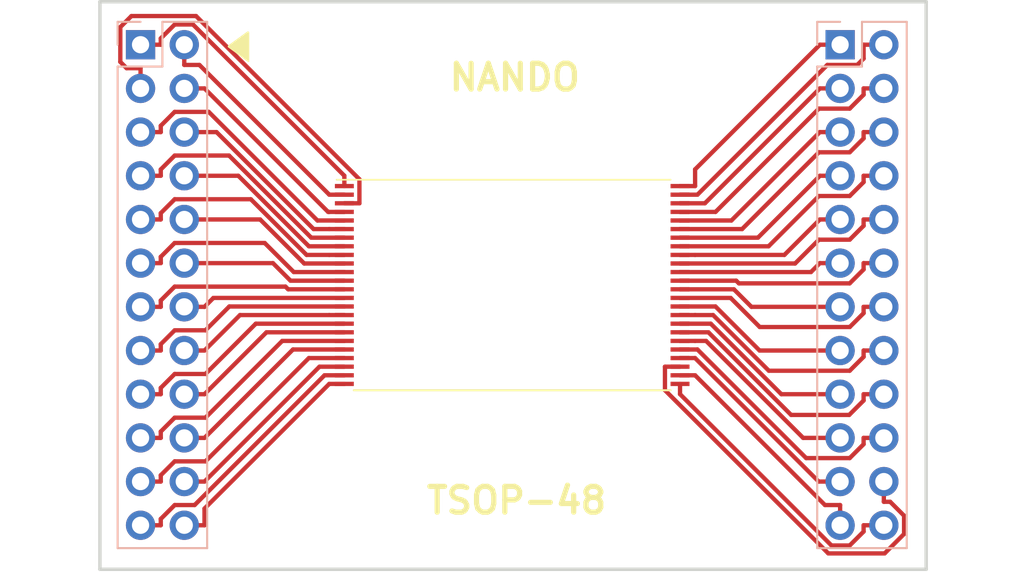
<source format=kicad_pcb>
(kicad_pcb (version 20171130) (host pcbnew 5.0.2-bee76a0~70~ubuntu18.04.1)

  (general
    (thickness 1.6)
    (drawings 7)
    (tracks 233)
    (zones 0)
    (modules 3)
    (nets 49)
  )

  (page A4)
  (layers
    (0 F.Cu signal)
    (31 B.Cu signal)
    (32 B.Adhes user)
    (33 F.Adhes user)
    (34 B.Paste user)
    (35 F.Paste user)
    (36 B.SilkS user)
    (37 F.SilkS user)
    (38 B.Mask user)
    (39 F.Mask user)
    (40 Dwgs.User user)
    (41 Cmts.User user)
    (42 Eco1.User user)
    (43 Eco2.User user)
    (44 Edge.Cuts user)
    (45 Margin user)
    (46 B.CrtYd user)
    (47 F.CrtYd user)
    (48 B.Fab user)
    (49 F.Fab user)
  )

  (setup
    (last_trace_width 0.25)
    (trace_clearance 0.2)
    (zone_clearance 0.508)
    (zone_45_only no)
    (trace_min 0.2)
    (segment_width 0.2)
    (edge_width 0.15)
    (via_size 0.8)
    (via_drill 0.4)
    (via_min_size 0.4)
    (via_min_drill 0.3)
    (uvia_size 0.3)
    (uvia_drill 0.1)
    (uvias_allowed no)
    (uvia_min_size 0.2)
    (uvia_min_drill 0.1)
    (pcb_text_width 0.3)
    (pcb_text_size 1.5 1.5)
    (mod_edge_width 0.15)
    (mod_text_size 1 1)
    (mod_text_width 0.15)
    (pad_size 1.524 1.524)
    (pad_drill 0.762)
    (pad_to_mask_clearance 0.051)
    (solder_mask_min_width 0.25)
    (aux_axis_origin 0 0)
    (grid_origin 132.83 77.02)
    (visible_elements FFFFFF7F)
    (pcbplotparams
      (layerselection 0x010fc_ffffffff)
      (usegerberextensions false)
      (usegerberattributes false)
      (usegerberadvancedattributes false)
      (creategerberjobfile false)
      (excludeedgelayer true)
      (linewidth 0.100000)
      (plotframeref false)
      (viasonmask false)
      (mode 1)
      (useauxorigin false)
      (hpglpennumber 1)
      (hpglpenspeed 20)
      (hpglpendiameter 15.000000)
      (psnegative false)
      (psa4output false)
      (plotreference true)
      (plotvalue true)
      (plotinvisibletext false)
      (padsonsilk false)
      (subtractmaskfromsilk false)
      (outputformat 1)
      (mirror false)
      (drillshape 1)
      (scaleselection 1)
      (outputdirectory ""))
  )

  (net 0 "")
  (net 1 "Net-(J1-Pad1)")
  (net 2 "Net-(J2-Pad25)")
  (net 3 "Net-(J1-Pad2)")
  (net 4 "Net-(J1-Pad3)")
  (net 5 "Net-(J1-Pad4)")
  (net 6 "Net-(J1-Pad5)")
  (net 7 "Net-(J1-Pad6)")
  (net 8 "Net-(J1-Pad7)")
  (net 9 "Net-(J1-Pad8)")
  (net 10 "Net-(J1-Pad9)")
  (net 11 "Net-(J1-Pad10)")
  (net 12 "Net-(J1-Pad11)")
  (net 13 "Net-(J1-Pad12)")
  (net 14 "Net-(J1-Pad13)")
  (net 15 "Net-(J1-Pad14)")
  (net 16 "Net-(J1-Pad15)")
  (net 17 "Net-(J1-Pad16)")
  (net 18 "Net-(J1-Pad17)")
  (net 19 "Net-(J1-Pad18)")
  (net 20 "Net-(J1-Pad19)")
  (net 21 "Net-(J1-Pad20)")
  (net 22 "Net-(J1-Pad21)")
  (net 23 "Net-(J1-Pad22)")
  (net 24 "Net-(J1-Pad23)")
  (net 25 "Net-(J1-Pad24)")
  (net 26 "Net-(J2-Pad26)")
  (net 27 "Net-(J2-Pad27)")
  (net 28 "Net-(J2-Pad28)")
  (net 29 "Net-(J2-Pad29)")
  (net 30 "Net-(J2-Pad30)")
  (net 31 "Net-(J2-Pad31)")
  (net 32 "Net-(J2-Pad32)")
  (net 33 "Net-(J2-Pad33)")
  (net 34 "Net-(J2-Pad34)")
  (net 35 "Net-(J2-Pad35)")
  (net 36 "Net-(J2-Pad36)")
  (net 37 "Net-(J2-Pad37)")
  (net 38 "Net-(J2-Pad38)")
  (net 39 "Net-(J2-Pad39)")
  (net 40 "Net-(J2-Pad40)")
  (net 41 "Net-(J2-Pad41)")
  (net 42 "Net-(J2-Pad42)")
  (net 43 "Net-(J2-Pad43)")
  (net 44 "Net-(J2-Pad44)")
  (net 45 "Net-(J2-Pad45)")
  (net 46 "Net-(J2-Pad46)")
  (net 47 "Net-(J2-Pad47)")
  (net 48 "Net-(J2-Pad48)")

  (net_class Default "This is the default net class."
    (clearance 0.2)
    (trace_width 0.25)
    (via_dia 0.8)
    (via_drill 0.4)
    (uvia_dia 0.3)
    (uvia_drill 0.1)
    (add_net "Net-(J1-Pad1)")
    (add_net "Net-(J1-Pad10)")
    (add_net "Net-(J1-Pad11)")
    (add_net "Net-(J1-Pad12)")
    (add_net "Net-(J1-Pad13)")
    (add_net "Net-(J1-Pad14)")
    (add_net "Net-(J1-Pad15)")
    (add_net "Net-(J1-Pad16)")
    (add_net "Net-(J1-Pad17)")
    (add_net "Net-(J1-Pad18)")
    (add_net "Net-(J1-Pad19)")
    (add_net "Net-(J1-Pad2)")
    (add_net "Net-(J1-Pad20)")
    (add_net "Net-(J1-Pad21)")
    (add_net "Net-(J1-Pad22)")
    (add_net "Net-(J1-Pad23)")
    (add_net "Net-(J1-Pad24)")
    (add_net "Net-(J1-Pad3)")
    (add_net "Net-(J1-Pad4)")
    (add_net "Net-(J1-Pad5)")
    (add_net "Net-(J1-Pad6)")
    (add_net "Net-(J1-Pad7)")
    (add_net "Net-(J1-Pad8)")
    (add_net "Net-(J1-Pad9)")
    (add_net "Net-(J2-Pad25)")
    (add_net "Net-(J2-Pad26)")
    (add_net "Net-(J2-Pad27)")
    (add_net "Net-(J2-Pad28)")
    (add_net "Net-(J2-Pad29)")
    (add_net "Net-(J2-Pad30)")
    (add_net "Net-(J2-Pad31)")
    (add_net "Net-(J2-Pad32)")
    (add_net "Net-(J2-Pad33)")
    (add_net "Net-(J2-Pad34)")
    (add_net "Net-(J2-Pad35)")
    (add_net "Net-(J2-Pad36)")
    (add_net "Net-(J2-Pad37)")
    (add_net "Net-(J2-Pad38)")
    (add_net "Net-(J2-Pad39)")
    (add_net "Net-(J2-Pad40)")
    (add_net "Net-(J2-Pad41)")
    (add_net "Net-(J2-Pad42)")
    (add_net "Net-(J2-Pad43)")
    (add_net "Net-(J2-Pad44)")
    (add_net "Net-(J2-Pad45)")
    (add_net "Net-(J2-Pad46)")
    (add_net "Net-(J2-Pad47)")
    (add_net "Net-(J2-Pad48)")
  )

  (module lib_fp:PinSocket_2x12_P2.54mm_Vertical (layer B.Cu) (tedit 5D012FA4) (tstamp 5D0270C0)
    (at 135.19 79.52 180)
    (descr "Through hole straight socket strip, 2x12, 2.54mm pitch, double cols (from Kicad 4.0.7), script generated")
    (tags "Through hole socket strip THT 2x12 2.54mm double row")
    (path /5CF40E79)
    (fp_text reference J1 (at -1.27 2.77 180) (layer B.SilkS) hide
      (effects (font (size 1 1) (thickness 0.15)) (justify mirror))
    )
    (fp_text value Conn_02x12_Odd_Even_1 (at -1.27 -30.71 180) (layer B.Fab)
      (effects (font (size 1 1) (thickness 0.15)) (justify mirror))
    )
    (fp_line (start -3.81 1.27) (end 0.27 1.27) (layer B.Fab) (width 0.1))
    (fp_line (start 0.27 1.27) (end 1.27 0.27) (layer B.Fab) (width 0.1))
    (fp_line (start 1.27 0.27) (end 1.27 -29.21) (layer B.Fab) (width 0.1))
    (fp_line (start 1.27 -29.21) (end -3.81 -29.21) (layer B.Fab) (width 0.1))
    (fp_line (start -3.81 -29.21) (end -3.81 1.27) (layer B.Fab) (width 0.1))
    (fp_line (start -3.87 1.33) (end -1.27 1.33) (layer B.SilkS) (width 0.12))
    (fp_line (start -3.87 1.33) (end -3.87 -29.27) (layer B.SilkS) (width 0.12))
    (fp_line (start -3.87 -29.27) (end 1.33 -29.27) (layer B.SilkS) (width 0.12))
    (fp_line (start 1.33 -1.27) (end 1.33 -29.27) (layer B.SilkS) (width 0.12))
    (fp_line (start -1.27 -1.27) (end 1.33 -1.27) (layer B.SilkS) (width 0.12))
    (fp_line (start -1.27 1.33) (end -1.27 -1.27) (layer B.SilkS) (width 0.12))
    (fp_line (start 1.33 1.33) (end 1.33 0) (layer B.SilkS) (width 0.12))
    (fp_line (start 0 1.33) (end 1.33 1.33) (layer B.SilkS) (width 0.12))
    (fp_line (start -4.34 1.8) (end 1.76 1.8) (layer B.CrtYd) (width 0.05))
    (fp_line (start 1.76 1.8) (end 1.76 -29.7) (layer B.CrtYd) (width 0.05))
    (fp_line (start 1.76 -29.7) (end -4.34 -29.7) (layer B.CrtYd) (width 0.05))
    (fp_line (start -4.34 -29.7) (end -4.34 1.8) (layer B.CrtYd) (width 0.05))
    (fp_text user %R (at -1.27 -13.97 90) (layer B.Fab)
      (effects (font (size 1 1) (thickness 0.15)) (justify mirror))
    )
    (pad 1 thru_hole rect (at 0 0 180) (size 1.7 1.7) (drill 1) (layers *.Cu *.Mask)
      (net 1 "Net-(J1-Pad1)"))
    (pad 2 thru_hole oval (at -2.54 0 180) (size 1.7 1.7) (drill 1) (layers *.Cu *.Mask)
      (net 3 "Net-(J1-Pad2)"))
    (pad 3 thru_hole oval (at 0 -2.54 180) (size 1.7 1.7) (drill 1) (layers *.Cu *.Mask)
      (net 4 "Net-(J1-Pad3)"))
    (pad 4 thru_hole oval (at -2.54 -2.54 180) (size 1.7 1.7) (drill 1) (layers *.Cu *.Mask)
      (net 5 "Net-(J1-Pad4)"))
    (pad 5 thru_hole oval (at 0 -5.08 180) (size 1.7 1.7) (drill 1) (layers *.Cu *.Mask)
      (net 6 "Net-(J1-Pad5)"))
    (pad 6 thru_hole oval (at -2.54 -5.08 180) (size 1.7 1.7) (drill 1) (layers *.Cu *.Mask)
      (net 7 "Net-(J1-Pad6)"))
    (pad 7 thru_hole oval (at 0 -7.62 180) (size 1.7 1.7) (drill 1) (layers *.Cu *.Mask)
      (net 8 "Net-(J1-Pad7)"))
    (pad 8 thru_hole oval (at -2.54 -7.62 180) (size 1.7 1.7) (drill 1) (layers *.Cu *.Mask)
      (net 9 "Net-(J1-Pad8)"))
    (pad 9 thru_hole oval (at 0 -10.16 180) (size 1.7 1.7) (drill 1) (layers *.Cu *.Mask)
      (net 10 "Net-(J1-Pad9)"))
    (pad 10 thru_hole oval (at -2.54 -10.16 180) (size 1.7 1.7) (drill 1) (layers *.Cu *.Mask)
      (net 11 "Net-(J1-Pad10)"))
    (pad 11 thru_hole oval (at 0 -12.7 180) (size 1.7 1.7) (drill 1) (layers *.Cu *.Mask)
      (net 12 "Net-(J1-Pad11)"))
    (pad 12 thru_hole oval (at -2.54 -12.7 180) (size 1.7 1.7) (drill 1) (layers *.Cu *.Mask)
      (net 13 "Net-(J1-Pad12)"))
    (pad 13 thru_hole oval (at 0 -15.24 180) (size 1.7 1.7) (drill 1) (layers *.Cu *.Mask)
      (net 14 "Net-(J1-Pad13)"))
    (pad 14 thru_hole oval (at -2.54 -15.24 180) (size 1.7 1.7) (drill 1) (layers *.Cu *.Mask)
      (net 15 "Net-(J1-Pad14)"))
    (pad 15 thru_hole oval (at 0 -17.78 180) (size 1.7 1.7) (drill 1) (layers *.Cu *.Mask)
      (net 16 "Net-(J1-Pad15)"))
    (pad 16 thru_hole oval (at -2.54 -17.78 180) (size 1.7 1.7) (drill 1) (layers *.Cu *.Mask)
      (net 17 "Net-(J1-Pad16)"))
    (pad 17 thru_hole oval (at 0 -20.32 180) (size 1.7 1.7) (drill 1) (layers *.Cu *.Mask)
      (net 18 "Net-(J1-Pad17)"))
    (pad 18 thru_hole oval (at -2.54 -20.32 180) (size 1.7 1.7) (drill 1) (layers *.Cu *.Mask)
      (net 19 "Net-(J1-Pad18)"))
    (pad 19 thru_hole oval (at 0 -22.86 180) (size 1.7 1.7) (drill 1) (layers *.Cu *.Mask)
      (net 20 "Net-(J1-Pad19)"))
    (pad 20 thru_hole oval (at -2.54 -22.86 180) (size 1.7 1.7) (drill 1) (layers *.Cu *.Mask)
      (net 21 "Net-(J1-Pad20)"))
    (pad 21 thru_hole oval (at 0 -25.4 180) (size 1.7 1.7) (drill 1) (layers *.Cu *.Mask)
      (net 22 "Net-(J1-Pad21)"))
    (pad 22 thru_hole oval (at -2.54 -25.4 180) (size 1.7 1.7) (drill 1) (layers *.Cu *.Mask)
      (net 23 "Net-(J1-Pad22)"))
    (pad 23 thru_hole oval (at 0 -27.94 180) (size 1.7 1.7) (drill 1) (layers *.Cu *.Mask)
      (net 24 "Net-(J1-Pad23)"))
    (pad 24 thru_hole oval (at -2.54 -27.94 180) (size 1.7 1.7) (drill 1) (layers *.Cu *.Mask)
      (net 25 "Net-(J1-Pad24)"))
    (model ${KISYS3DMOD}/Connector_PinSocket_2.54mm.3dshapes/PinSocket_2x12_P2.54mm_Vertical.wrl
      (at (xyz 0 0 0))
      (scale (xyz 1 1 1))
      (rotate (xyz 0 0 0))
    )
  )

  (module lib_fp:PinSocket_2x12_P2.54mm_Vertical_2 (layer B.Cu) (tedit 5D012FA7) (tstamp 5D027092)
    (at 175.83 79.52 180)
    (descr "Through hole straight socket strip, 2x12, 2.54mm pitch, double cols (from Kicad 4.0.7), script generated")
    (tags "Through hole socket strip THT 2x12 2.54mm double row")
    (path /5CF40FDA)
    (fp_text reference J2 (at -1.27 2.77 180) (layer B.SilkS) hide
      (effects (font (size 1 1) (thickness 0.15)) (justify mirror))
    )
    (fp_text value Conn_02x12_Odd_Even_2 (at -1.27 -30.71 180) (layer B.Fab)
      (effects (font (size 1 1) (thickness 0.15)) (justify mirror))
    )
    (fp_line (start -3.81 1.27) (end 0.27 1.27) (layer B.Fab) (width 0.1))
    (fp_line (start 0.27 1.27) (end 1.27 0.27) (layer B.Fab) (width 0.1))
    (fp_line (start 1.27 0.27) (end 1.27 -29.21) (layer B.Fab) (width 0.1))
    (fp_line (start 1.27 -29.21) (end -3.81 -29.21) (layer B.Fab) (width 0.1))
    (fp_line (start -3.81 -29.21) (end -3.81 1.27) (layer B.Fab) (width 0.1))
    (fp_line (start -3.87 1.33) (end -1.27 1.33) (layer B.SilkS) (width 0.12))
    (fp_line (start -3.87 1.33) (end -3.87 -29.27) (layer B.SilkS) (width 0.12))
    (fp_line (start -3.87 -29.27) (end 1.33 -29.27) (layer B.SilkS) (width 0.12))
    (fp_line (start 1.33 -1.27) (end 1.33 -29.27) (layer B.SilkS) (width 0.12))
    (fp_line (start -1.27 -1.27) (end 1.33 -1.27) (layer B.SilkS) (width 0.12))
    (fp_line (start -1.27 1.33) (end -1.27 -1.27) (layer B.SilkS) (width 0.12))
    (fp_line (start 1.33 1.33) (end 1.33 0) (layer B.SilkS) (width 0.12))
    (fp_line (start 0 1.33) (end 1.33 1.33) (layer B.SilkS) (width 0.12))
    (fp_line (start -4.34 1.8) (end 1.76 1.8) (layer B.CrtYd) (width 0.05))
    (fp_line (start 1.76 1.8) (end 1.76 -29.7) (layer B.CrtYd) (width 0.05))
    (fp_line (start 1.76 -29.7) (end -4.34 -29.7) (layer B.CrtYd) (width 0.05))
    (fp_line (start -4.34 -29.7) (end -4.34 1.8) (layer B.CrtYd) (width 0.05))
    (fp_text user %R (at -1.27 -13.97 90) (layer B.Fab)
      (effects (font (size 1 1) (thickness 0.15)) (justify mirror))
    )
    (pad 48 thru_hole rect (at 0 0 180) (size 1.7 1.7) (drill 1) (layers *.Cu *.Mask)
      (net 48 "Net-(J2-Pad48)"))
    (pad 47 thru_hole oval (at -2.54 0 180) (size 1.7 1.7) (drill 1) (layers *.Cu *.Mask)
      (net 47 "Net-(J2-Pad47)"))
    (pad 46 thru_hole oval (at 0 -2.54 180) (size 1.7 1.7) (drill 1) (layers *.Cu *.Mask)
      (net 46 "Net-(J2-Pad46)"))
    (pad 45 thru_hole oval (at -2.54 -2.54 180) (size 1.7 1.7) (drill 1) (layers *.Cu *.Mask)
      (net 45 "Net-(J2-Pad45)"))
    (pad 44 thru_hole oval (at 0 -5.08 180) (size 1.7 1.7) (drill 1) (layers *.Cu *.Mask)
      (net 44 "Net-(J2-Pad44)"))
    (pad 43 thru_hole oval (at -2.54 -5.08 180) (size 1.7 1.7) (drill 1) (layers *.Cu *.Mask)
      (net 43 "Net-(J2-Pad43)"))
    (pad 42 thru_hole oval (at 0 -7.62 180) (size 1.7 1.7) (drill 1) (layers *.Cu *.Mask)
      (net 42 "Net-(J2-Pad42)"))
    (pad 41 thru_hole oval (at -2.54 -7.62 180) (size 1.7 1.7) (drill 1) (layers *.Cu *.Mask)
      (net 41 "Net-(J2-Pad41)"))
    (pad 40 thru_hole oval (at 0 -10.16 180) (size 1.7 1.7) (drill 1) (layers *.Cu *.Mask)
      (net 40 "Net-(J2-Pad40)"))
    (pad 39 thru_hole oval (at -2.54 -10.16 180) (size 1.7 1.7) (drill 1) (layers *.Cu *.Mask)
      (net 39 "Net-(J2-Pad39)"))
    (pad 38 thru_hole oval (at 0 -12.7 180) (size 1.7 1.7) (drill 1) (layers *.Cu *.Mask)
      (net 38 "Net-(J2-Pad38)"))
    (pad 37 thru_hole oval (at -2.54 -12.7 180) (size 1.7 1.7) (drill 1) (layers *.Cu *.Mask)
      (net 37 "Net-(J2-Pad37)"))
    (pad 36 thru_hole oval (at 0 -15.24 180) (size 1.7 1.7) (drill 1) (layers *.Cu *.Mask)
      (net 36 "Net-(J2-Pad36)"))
    (pad 35 thru_hole oval (at -2.54 -15.24 180) (size 1.7 1.7) (drill 1) (layers *.Cu *.Mask)
      (net 35 "Net-(J2-Pad35)"))
    (pad 34 thru_hole oval (at 0 -17.78 180) (size 1.7 1.7) (drill 1) (layers *.Cu *.Mask)
      (net 34 "Net-(J2-Pad34)"))
    (pad 33 thru_hole oval (at -2.54 -17.78 180) (size 1.7 1.7) (drill 1) (layers *.Cu *.Mask)
      (net 33 "Net-(J2-Pad33)"))
    (pad 32 thru_hole oval (at 0 -20.32 180) (size 1.7 1.7) (drill 1) (layers *.Cu *.Mask)
      (net 32 "Net-(J2-Pad32)"))
    (pad 31 thru_hole oval (at -2.54 -20.32 180) (size 1.7 1.7) (drill 1) (layers *.Cu *.Mask)
      (net 31 "Net-(J2-Pad31)"))
    (pad 30 thru_hole oval (at 0 -22.86 180) (size 1.7 1.7) (drill 1) (layers *.Cu *.Mask)
      (net 30 "Net-(J2-Pad30)"))
    (pad 29 thru_hole oval (at -2.54 -22.86 180) (size 1.7 1.7) (drill 1) (layers *.Cu *.Mask)
      (net 29 "Net-(J2-Pad29)"))
    (pad 28 thru_hole oval (at 0 -25.4 180) (size 1.7 1.7) (drill 1) (layers *.Cu *.Mask)
      (net 28 "Net-(J2-Pad28)"))
    (pad 27 thru_hole oval (at -2.54 -25.4 180) (size 1.7 1.7) (drill 1) (layers *.Cu *.Mask)
      (net 27 "Net-(J2-Pad27)"))
    (pad 26 thru_hole oval (at 0 -27.94 180) (size 1.7 1.7) (drill 1) (layers *.Cu *.Mask)
      (net 26 "Net-(J2-Pad26)"))
    (pad 25 thru_hole oval (at -2.54 -27.94 180) (size 1.7 1.7) (drill 1) (layers *.Cu *.Mask)
      (net 2 "Net-(J2-Pad25)"))
    (model ${KISYS3DMOD}/Connector_PinSocket_2.54mm.3dshapes/PinSocket_2x12_P2.54mm_Vertical.wrl
      (at (xyz 0 0 0))
      (scale (xyz 1 1 1))
      (rotate (xyz 0 0 0))
    )
  )

  (module lib_fp:TSOP-I-48_18.4x12mm_P0.5mm (layer F.Cu) (tedit 5D0139C3) (tstamp 5D027064)
    (at 156.78 93.49)
    (descr "TSOP I, 32 pins, 18.4x8mm body (https://www.micron.com/~/media/documents/products/technical-note/nor-flash/tn1225_land_pad_design.pdf)")
    (tags "TSOP I 32")
    (path /5CF40DF6)
    (attr smd)
    (fp_text reference P1 (at 0 -7) (layer F.SilkS) hide
      (effects (font (size 1 1) (thickness 0.15)))
    )
    (fp_text value TSOP-48 (at 0 7) (layer F.Fab)
      (effects (font (size 1 1) (thickness 0.15)))
    )
    (fp_line (start -10.55 6.25) (end -10.55 -6.25) (layer F.CrtYd) (width 0.05))
    (fp_line (start 10.55 6.25) (end -10.55 6.25) (layer F.CrtYd) (width 0.05))
    (fp_line (start 10.55 -6.25) (end 10.55 6.25) (layer F.CrtYd) (width 0.05))
    (fp_line (start -10.55 -6.25) (end 10.55 -6.25) (layer F.CrtYd) (width 0.05))
    (fp_line (start -9.2 6.12) (end 9.2 6.12) (layer F.SilkS) (width 0.12))
    (fp_line (start 9.2 -6.12) (end -10.2 -6.12) (layer F.SilkS) (width 0.1))
    (fp_line (start -8.2 -6) (end -9.2 -5) (layer F.Fab) (width 0.1))
    (fp_text user %R (at 0 0) (layer F.Fab)
      (effects (font (size 1 1) (thickness 0.15)))
    )
    (fp_line (start 9.2 -6) (end 9.2 6) (layer F.Fab) (width 0.1))
    (fp_line (start 9.2 6) (end -9.2 6) (layer F.Fab) (width 0.1))
    (fp_line (start -9.2 6) (end -9.2 -5) (layer F.Fab) (width 0.1))
    (fp_line (start -8.2 -6) (end 9.2 -6) (layer F.Fab) (width 0.1))
    (pad 1 smd rect (at -9.75 -5.75) (size 1.1 0.25) (layers F.Cu F.Paste F.Mask)
      (net 1 "Net-(J1-Pad1)"))
    (pad 25 smd rect (at 9.75 5.75) (size 1.1 0.25) (layers F.Cu F.Paste F.Mask)
      (net 2 "Net-(J2-Pad25)"))
    (pad 2 smd rect (at -9.75 -5.25) (size 1.1 0.25) (layers F.Cu F.Paste F.Mask)
      (net 3 "Net-(J1-Pad2)"))
    (pad 3 smd rect (at -9.75 -4.75) (size 1.1 0.25) (layers F.Cu F.Paste F.Mask)
      (net 4 "Net-(J1-Pad3)"))
    (pad 4 smd rect (at -9.75 -4.25) (size 1.1 0.25) (layers F.Cu F.Paste F.Mask)
      (net 5 "Net-(J1-Pad4)"))
    (pad 5 smd rect (at -9.75 -3.75) (size 1.1 0.25) (layers F.Cu F.Paste F.Mask)
      (net 6 "Net-(J1-Pad5)"))
    (pad 6 smd rect (at -9.75 -3.25) (size 1.1 0.25) (layers F.Cu F.Paste F.Mask)
      (net 7 "Net-(J1-Pad6)"))
    (pad 7 smd rect (at -9.75 -2.75) (size 1.1 0.25) (layers F.Cu F.Paste F.Mask)
      (net 8 "Net-(J1-Pad7)"))
    (pad 8 smd rect (at -9.75 -2.25) (size 1.1 0.25) (layers F.Cu F.Paste F.Mask)
      (net 9 "Net-(J1-Pad8)"))
    (pad 9 smd rect (at -9.75 -1.75) (size 1.1 0.25) (layers F.Cu F.Paste F.Mask)
      (net 10 "Net-(J1-Pad9)"))
    (pad 10 smd rect (at -9.75 -1.25) (size 1.1 0.25) (layers F.Cu F.Paste F.Mask)
      (net 11 "Net-(J1-Pad10)"))
    (pad 11 smd rect (at -9.75 -0.75) (size 1.1 0.25) (layers F.Cu F.Paste F.Mask)
      (net 12 "Net-(J1-Pad11)"))
    (pad 12 smd rect (at -9.75 -0.25) (size 1.1 0.25) (layers F.Cu F.Paste F.Mask)
      (net 13 "Net-(J1-Pad12)"))
    (pad 13 smd rect (at -9.75 0.25) (size 1.1 0.25) (layers F.Cu F.Paste F.Mask)
      (net 14 "Net-(J1-Pad13)"))
    (pad 14 smd rect (at -9.75 0.75) (size 1.1 0.25) (layers F.Cu F.Paste F.Mask)
      (net 15 "Net-(J1-Pad14)"))
    (pad 15 smd rect (at -9.75 1.25) (size 1.1 0.25) (layers F.Cu F.Paste F.Mask)
      (net 16 "Net-(J1-Pad15)"))
    (pad 16 smd rect (at -9.75 1.75) (size 1.1 0.25) (layers F.Cu F.Paste F.Mask)
      (net 17 "Net-(J1-Pad16)"))
    (pad 17 smd rect (at -9.75 2.25) (size 1.1 0.25) (layers F.Cu F.Paste F.Mask)
      (net 18 "Net-(J1-Pad17)"))
    (pad 18 smd rect (at -9.75 2.75) (size 1.1 0.25) (layers F.Cu F.Paste F.Mask)
      (net 19 "Net-(J1-Pad18)"))
    (pad 19 smd rect (at -9.75 3.25) (size 1.1 0.25) (layers F.Cu F.Paste F.Mask)
      (net 20 "Net-(J1-Pad19)"))
    (pad 20 smd rect (at -9.75 3.75) (size 1.1 0.25) (layers F.Cu F.Paste F.Mask)
      (net 21 "Net-(J1-Pad20)"))
    (pad 21 smd rect (at -9.75 4.25) (size 1.1 0.25) (layers F.Cu F.Paste F.Mask)
      (net 22 "Net-(J1-Pad21)"))
    (pad 22 smd rect (at -9.75 4.75) (size 1.1 0.25) (layers F.Cu F.Paste F.Mask)
      (net 23 "Net-(J1-Pad22)"))
    (pad 23 smd rect (at -9.75 5.25) (size 1.1 0.25) (layers F.Cu F.Paste F.Mask)
      (net 24 "Net-(J1-Pad23)"))
    (pad 24 smd rect (at -9.75 5.75) (size 1.1 0.25) (layers F.Cu F.Paste F.Mask)
      (net 25 "Net-(J1-Pad24)"))
    (pad 26 smd rect (at 9.75 5.25) (size 1.1 0.25) (layers F.Cu F.Paste F.Mask)
      (net 26 "Net-(J2-Pad26)"))
    (pad 27 smd rect (at 9.75 4.75) (size 1.1 0.25) (layers F.Cu F.Paste F.Mask)
      (net 27 "Net-(J2-Pad27)"))
    (pad 28 smd rect (at 9.75 4.25) (size 1.1 0.25) (layers F.Cu F.Paste F.Mask)
      (net 28 "Net-(J2-Pad28)"))
    (pad 29 smd rect (at 9.75 3.75) (size 1.1 0.25) (layers F.Cu F.Paste F.Mask)
      (net 29 "Net-(J2-Pad29)"))
    (pad 30 smd rect (at 9.75 3.25) (size 1.1 0.25) (layers F.Cu F.Paste F.Mask)
      (net 30 "Net-(J2-Pad30)"))
    (pad 31 smd rect (at 9.75 2.75) (size 1.1 0.25) (layers F.Cu F.Paste F.Mask)
      (net 31 "Net-(J2-Pad31)"))
    (pad 32 smd rect (at 9.75 2.25) (size 1.1 0.25) (layers F.Cu F.Paste F.Mask)
      (net 32 "Net-(J2-Pad32)"))
    (pad 33 smd rect (at 9.75 1.75) (size 1.1 0.25) (layers F.Cu F.Paste F.Mask)
      (net 33 "Net-(J2-Pad33)"))
    (pad 34 smd rect (at 9.75 1.25) (size 1.1 0.25) (layers F.Cu F.Paste F.Mask)
      (net 34 "Net-(J2-Pad34)"))
    (pad 35 smd rect (at 9.75 0.75) (size 1.1 0.25) (layers F.Cu F.Paste F.Mask)
      (net 35 "Net-(J2-Pad35)"))
    (pad 36 smd rect (at 9.75 0.25) (size 1.1 0.25) (layers F.Cu F.Paste F.Mask)
      (net 36 "Net-(J2-Pad36)"))
    (pad 37 smd rect (at 9.75 -0.25) (size 1.1 0.25) (layers F.Cu F.Paste F.Mask)
      (net 37 "Net-(J2-Pad37)"))
    (pad 38 smd rect (at 9.75 -0.75) (size 1.1 0.25) (layers F.Cu F.Paste F.Mask)
      (net 38 "Net-(J2-Pad38)"))
    (pad 39 smd rect (at 9.75 -1.25) (size 1.1 0.25) (layers F.Cu F.Paste F.Mask)
      (net 39 "Net-(J2-Pad39)"))
    (pad 40 smd rect (at 9.75 -1.75) (size 1.1 0.25) (layers F.Cu F.Paste F.Mask)
      (net 40 "Net-(J2-Pad40)"))
    (pad 41 smd rect (at 9.75 -2.25) (size 1.1 0.25) (layers F.Cu F.Paste F.Mask)
      (net 41 "Net-(J2-Pad41)"))
    (pad 42 smd rect (at 9.75 -2.75) (size 1.1 0.25) (layers F.Cu F.Paste F.Mask)
      (net 42 "Net-(J2-Pad42)"))
    (pad 43 smd rect (at 9.75 -3.25) (size 1.1 0.25) (layers F.Cu F.Paste F.Mask)
      (net 43 "Net-(J2-Pad43)"))
    (pad 44 smd rect (at 9.75 -3.75) (size 1.1 0.25) (layers F.Cu F.Paste F.Mask)
      (net 44 "Net-(J2-Pad44)"))
    (pad 45 smd rect (at 9.75 -4.25) (size 1.1 0.25) (layers F.Cu F.Paste F.Mask)
      (net 45 "Net-(J2-Pad45)"))
    (pad 46 smd rect (at 9.75 -4.75) (size 1.1 0.25) (layers F.Cu F.Paste F.Mask)
      (net 46 "Net-(J2-Pad46)"))
    (pad 47 smd rect (at 9.75 -5.25) (size 1.1 0.25) (layers F.Cu F.Paste F.Mask)
      (net 47 "Net-(J2-Pad47)"))
    (pad 48 smd rect (at 9.75 -5.75) (size 1.1 0.25) (layers F.Cu F.Paste F.Mask)
      (net 48 "Net-(J2-Pad48)"))
    (model ${KISYS3DMOD}/Package_SO.3dshapes/TSOP-I-48_18.4x12mm_P0.5mm.wrl
      (at (xyz 0 0 0))
      (scale (xyz 1 1 1))
      (rotate (xyz 0 0 0))
    )
  )

  (gr_text TSOP-48 (at 157.03 106.02) (layer F.SilkS)
    (effects (font (size 1.5 1.5) (thickness 0.3)))
  )
  (gr_text NANDO (at 156.93 81.42) (layer F.SilkS)
    (effects (font (size 1.5 1.5) (thickness 0.3)))
  )
  (gr_poly (pts (xy 140.33 79.62) (xy 141.43 78.82) (xy 141.43 80.42)) (layer F.SilkS) (width 0.15))
  (gr_line (start 180.83 77.02) (end 132.83 77.02) (layer Edge.Cuts) (width 0.2))
  (gr_line (start 180.83 110.02) (end 180.83 77.02) (layer Edge.Cuts) (width 0.2))
  (gr_line (start 132.83 110.02) (end 180.83 110.02) (layer Edge.Cuts) (width 0.2))
  (gr_line (start 132.83 77.02) (end 132.83 110.02) (layer Edge.Cuts) (width 0.2))

  (segment (start 135.19 79.52) (end 136.3653 79.52) (width 0.25) (layer F.Cu) (net 1))
  (segment (start 147.03 87.74) (end 147.03 87.1387) (width 0.25) (layer F.Cu) (net 1))
  (segment (start 147.03 87.1387) (end 138.236 78.3447) (width 0.25) (layer F.Cu) (net 1))
  (segment (start 138.236 78.3447) (end 137.1732 78.3447) (width 0.25) (layer F.Cu) (net 1))
  (segment (start 137.1732 78.3447) (end 136.3653 79.1526) (width 0.25) (layer F.Cu) (net 1))
  (segment (start 136.3653 79.1526) (end 136.3653 79.52) (width 0.25) (layer F.Cu) (net 1))
  (segment (start 177.1947 107.46) (end 177.1947 107.8274) (width 0.25) (layer F.Cu) (net 2))
  (segment (start 177.1947 107.8274) (end 176.3868 108.6353) (width 0.25) (layer F.Cu) (net 2))
  (segment (start 176.3868 108.6353) (end 175.3277 108.6353) (width 0.25) (layer F.Cu) (net 2))
  (segment (start 175.3277 108.6353) (end 166.53 99.8376) (width 0.25) (layer F.Cu) (net 2))
  (segment (start 166.53 99.8376) (end 166.53 99.24) (width 0.25) (layer F.Cu) (net 2))
  (segment (start 178.37 107.46) (end 177.1947 107.46) (width 0.25) (layer F.Cu) (net 2))
  (segment (start 137.73 79.52) (end 137.73 80.6953) (width 0.25) (layer F.Cu) (net 3))
  (segment (start 147.03 88.24) (end 146.1547 88.24) (width 0.25) (layer F.Cu) (net 3))
  (segment (start 146.1547 88.24) (end 138.61 80.6953) (width 0.25) (layer F.Cu) (net 3))
  (segment (start 138.61 80.6953) (end 137.73 80.6953) (width 0.25) (layer F.Cu) (net 3))
  (segment (start 135.19 82.06) (end 135.19 80.8847) (width 0.25) (layer F.Cu) (net 4))
  (segment (start 147.03 88.74) (end 147.9053 88.74) (width 0.25) (layer F.Cu) (net 4))
  (segment (start 147.9053 88.74) (end 147.9053 87.3439) (width 0.25) (layer F.Cu) (net 4))
  (segment (start 147.9053 87.3439) (end 138.4142 77.8528) (width 0.25) (layer F.Cu) (net 4))
  (segment (start 138.4142 77.8528) (end 134.6601 77.8528) (width 0.25) (layer F.Cu) (net 4))
  (segment (start 134.6601 77.8528) (end 134.0147 78.4982) (width 0.25) (layer F.Cu) (net 4))
  (segment (start 134.0147 78.4982) (end 134.0147 80.5175) (width 0.25) (layer F.Cu) (net 4))
  (segment (start 134.0147 80.5175) (end 134.3819 80.8847) (width 0.25) (layer F.Cu) (net 4))
  (segment (start 134.3819 80.8847) (end 135.19 80.8847) (width 0.25) (layer F.Cu) (net 4))
  (segment (start 137.73 82.06) (end 138.9053 82.06) (width 0.25) (layer F.Cu) (net 5))
  (segment (start 138.9053 82.06) (end 146.0853 89.24) (width 0.25) (layer F.Cu) (net 5))
  (segment (start 146.0853 89.24) (end 146.1547 89.24) (width 0.25) (layer F.Cu) (net 5))
  (segment (start 147.03 89.24) (end 146.1547 89.24) (width 0.25) (layer F.Cu) (net 5))
  (segment (start 135.19 84.6) (end 136.3653 84.6) (width 0.25) (layer F.Cu) (net 6))
  (segment (start 147.03 89.74) (end 145.4657 89.74) (width 0.25) (layer F.Cu) (net 6))
  (segment (start 145.4657 89.74) (end 139.1504 83.4247) (width 0.25) (layer F.Cu) (net 6))
  (segment (start 139.1504 83.4247) (end 137.1732 83.4247) (width 0.25) (layer F.Cu) (net 6))
  (segment (start 137.1732 83.4247) (end 136.3653 84.2326) (width 0.25) (layer F.Cu) (net 6))
  (segment (start 136.3653 84.2326) (end 136.3653 84.6) (width 0.25) (layer F.Cu) (net 6))
  (segment (start 137.73 84.6) (end 139.6041 84.6) (width 0.25) (layer F.Cu) (net 7))
  (segment (start 139.6041 84.6) (end 145.2441 90.24) (width 0.25) (layer F.Cu) (net 7))
  (segment (start 145.2441 90.24) (end 146.1547 90.24) (width 0.25) (layer F.Cu) (net 7))
  (segment (start 147.03 90.24) (end 146.1547 90.24) (width 0.25) (layer F.Cu) (net 7))
  (segment (start 135.19 87.14) (end 136.3653 87.14) (width 0.25) (layer F.Cu) (net 8))
  (segment (start 147.03 90.74) (end 145.1072 90.74) (width 0.25) (layer F.Cu) (net 8))
  (segment (start 145.1072 90.74) (end 140.3319 85.9647) (width 0.25) (layer F.Cu) (net 8))
  (segment (start 140.3319 85.9647) (end 137.1732 85.9647) (width 0.25) (layer F.Cu) (net 8))
  (segment (start 137.1732 85.9647) (end 136.3653 86.7726) (width 0.25) (layer F.Cu) (net 8))
  (segment (start 136.3653 86.7726) (end 136.3653 87.14) (width 0.25) (layer F.Cu) (net 8))
  (segment (start 137.73 87.14) (end 140.8703 87.14) (width 0.25) (layer F.Cu) (net 9))
  (segment (start 140.8703 87.14) (end 144.9703 91.24) (width 0.25) (layer F.Cu) (net 9))
  (segment (start 144.9703 91.24) (end 147.03 91.24) (width 0.25) (layer F.Cu) (net 9))
  (segment (start 136.3653 89.68) (end 136.3653 89.3126) (width 0.25) (layer F.Cu) (net 10))
  (segment (start 136.3653 89.3126) (end 137.1732 88.5047) (width 0.25) (layer F.Cu) (net 10))
  (segment (start 137.1732 88.5047) (end 141.5981 88.5047) (width 0.25) (layer F.Cu) (net 10))
  (segment (start 141.5981 88.5047) (end 144.8334 91.74) (width 0.25) (layer F.Cu) (net 10))
  (segment (start 144.8334 91.74) (end 146.1547 91.74) (width 0.25) (layer F.Cu) (net 10))
  (segment (start 147.03 91.74) (end 146.1547 91.74) (width 0.25) (layer F.Cu) (net 10))
  (segment (start 135.19 89.68) (end 136.3653 89.68) (width 0.25) (layer F.Cu) (net 10))
  (segment (start 137.73 89.68) (end 142.1365 89.68) (width 0.25) (layer F.Cu) (net 11))
  (segment (start 142.1365 89.68) (end 144.6965 92.24) (width 0.25) (layer F.Cu) (net 11))
  (segment (start 144.6965 92.24) (end 147.03 92.24) (width 0.25) (layer F.Cu) (net 11))
  (segment (start 136.3653 92.22) (end 136.3653 91.8526) (width 0.25) (layer F.Cu) (net 12))
  (segment (start 136.3653 91.8526) (end 137.1732 91.0447) (width 0.25) (layer F.Cu) (net 12))
  (segment (start 137.1732 91.0447) (end 142.3986 91.0447) (width 0.25) (layer F.Cu) (net 12))
  (segment (start 142.3986 91.0447) (end 144.0939 92.74) (width 0.25) (layer F.Cu) (net 12))
  (segment (start 144.0939 92.74) (end 147.03 92.74) (width 0.25) (layer F.Cu) (net 12))
  (segment (start 135.19 92.22) (end 136.3653 92.22) (width 0.25) (layer F.Cu) (net 12))
  (segment (start 137.73 92.22) (end 142.8822 92.22) (width 0.25) (layer F.Cu) (net 13))
  (segment (start 142.8822 92.22) (end 143.9022 93.24) (width 0.25) (layer F.Cu) (net 13))
  (segment (start 143.9022 93.24) (end 147.03 93.24) (width 0.25) (layer F.Cu) (net 13))
  (segment (start 136.3653 94.76) (end 136.3653 94.3926) (width 0.25) (layer F.Cu) (net 14))
  (segment (start 136.3653 94.3926) (end 137.1732 93.5847) (width 0.25) (layer F.Cu) (net 14))
  (segment (start 137.1732 93.5847) (end 143.61 93.5847) (width 0.25) (layer F.Cu) (net 14))
  (segment (start 143.61 93.5847) (end 143.7653 93.74) (width 0.25) (layer F.Cu) (net 14))
  (segment (start 143.7653 93.74) (end 147.03 93.74) (width 0.25) (layer F.Cu) (net 14))
  (segment (start 135.19 94.76) (end 136.3653 94.76) (width 0.25) (layer F.Cu) (net 14))
  (segment (start 138.9053 94.76) (end 139.4253 94.24) (width 0.25) (layer F.Cu) (net 15))
  (segment (start 139.4253 94.24) (end 147.03 94.24) (width 0.25) (layer F.Cu) (net 15))
  (segment (start 137.73 94.76) (end 138.9053 94.76) (width 0.25) (layer F.Cu) (net 15))
  (segment (start 136.3653 97.3) (end 136.3653 96.9326) (width 0.25) (layer F.Cu) (net 16))
  (segment (start 136.3653 96.9326) (end 137.1732 96.1247) (width 0.25) (layer F.Cu) (net 16))
  (segment (start 137.1732 96.1247) (end 138.961 96.1247) (width 0.25) (layer F.Cu) (net 16))
  (segment (start 138.961 96.1247) (end 140.3457 94.74) (width 0.25) (layer F.Cu) (net 16))
  (segment (start 140.3457 94.74) (end 147.03 94.74) (width 0.25) (layer F.Cu) (net 16))
  (segment (start 135.19 97.3) (end 136.3653 97.3) (width 0.25) (layer F.Cu) (net 16))
  (segment (start 147.03 95.24) (end 146.1547 95.24) (width 0.25) (layer F.Cu) (net 17))
  (segment (start 138.9053 97.3) (end 140.9653 95.24) (width 0.25) (layer F.Cu) (net 17))
  (segment (start 140.9653 95.24) (end 146.1547 95.24) (width 0.25) (layer F.Cu) (net 17))
  (segment (start 137.73 97.3) (end 138.9053 97.3) (width 0.25) (layer F.Cu) (net 17))
  (segment (start 136.3653 99.84) (end 136.3653 99.4726) (width 0.25) (layer F.Cu) (net 18))
  (segment (start 136.3653 99.4726) (end 137.1732 98.6647) (width 0.25) (layer F.Cu) (net 18))
  (segment (start 137.1732 98.6647) (end 138.9609 98.6647) (width 0.25) (layer F.Cu) (net 18))
  (segment (start 138.9609 98.6647) (end 141.8856 95.74) (width 0.25) (layer F.Cu) (net 18))
  (segment (start 141.8856 95.74) (end 147.03 95.74) (width 0.25) (layer F.Cu) (net 18))
  (segment (start 135.19 99.84) (end 136.3653 99.84) (width 0.25) (layer F.Cu) (net 18))
  (segment (start 138.9053 99.84) (end 142.5053 96.24) (width 0.25) (layer F.Cu) (net 19))
  (segment (start 142.5053 96.24) (end 147.03 96.24) (width 0.25) (layer F.Cu) (net 19))
  (segment (start 137.73 99.84) (end 138.9053 99.84) (width 0.25) (layer F.Cu) (net 19))
  (segment (start 135.19 102.38) (end 136.3653 102.38) (width 0.25) (layer F.Cu) (net 20))
  (segment (start 147.03 96.74) (end 143.4257 96.74) (width 0.25) (layer F.Cu) (net 20))
  (segment (start 143.4257 96.74) (end 138.961 101.2047) (width 0.25) (layer F.Cu) (net 20))
  (segment (start 138.961 101.2047) (end 137.1732 101.2047) (width 0.25) (layer F.Cu) (net 20))
  (segment (start 137.1732 101.2047) (end 136.3653 102.0126) (width 0.25) (layer F.Cu) (net 20))
  (segment (start 136.3653 102.0126) (end 136.3653 102.38) (width 0.25) (layer F.Cu) (net 20))
  (segment (start 138.9053 102.38) (end 144.0453 97.24) (width 0.25) (layer F.Cu) (net 21))
  (segment (start 144.0453 97.24) (end 147.03 97.24) (width 0.25) (layer F.Cu) (net 21))
  (segment (start 137.73 102.38) (end 138.9053 102.38) (width 0.25) (layer F.Cu) (net 21))
  (segment (start 135.19 104.92) (end 136.3653 104.92) (width 0.25) (layer F.Cu) (net 22))
  (segment (start 147.03 97.74) (end 144.9657 97.74) (width 0.25) (layer F.Cu) (net 22))
  (segment (start 144.9657 97.74) (end 138.961 103.7447) (width 0.25) (layer F.Cu) (net 22))
  (segment (start 138.961 103.7447) (end 137.1732 103.7447) (width 0.25) (layer F.Cu) (net 22))
  (segment (start 137.1732 103.7447) (end 136.3653 104.5526) (width 0.25) (layer F.Cu) (net 22))
  (segment (start 136.3653 104.5526) (end 136.3653 104.92) (width 0.25) (layer F.Cu) (net 22))
  (segment (start 138.9053 104.92) (end 145.5853 98.24) (width 0.25) (layer F.Cu) (net 23))
  (segment (start 145.5853 98.24) (end 147.03 98.24) (width 0.25) (layer F.Cu) (net 23))
  (segment (start 137.73 104.92) (end 138.9053 104.92) (width 0.25) (layer F.Cu) (net 23))
  (segment (start 136.3653 107.46) (end 136.3653 107.0926) (width 0.25) (layer F.Cu) (net 24))
  (segment (start 136.3653 107.0926) (end 137.1732 106.2847) (width 0.25) (layer F.Cu) (net 24))
  (segment (start 137.1732 106.2847) (end 138.3317 106.2847) (width 0.25) (layer F.Cu) (net 24))
  (segment (start 138.3317 106.2847) (end 145.8764 98.74) (width 0.25) (layer F.Cu) (net 24))
  (segment (start 145.8764 98.74) (end 147.03 98.74) (width 0.25) (layer F.Cu) (net 24))
  (segment (start 135.19 107.46) (end 136.3653 107.46) (width 0.25) (layer F.Cu) (net 24))
  (segment (start 137.73 107.46) (end 138.9053 107.46) (width 0.25) (layer F.Cu) (net 25))
  (segment (start 147.03 99.24) (end 146.1547 99.24) (width 0.25) (layer F.Cu) (net 25))
  (segment (start 146.1547 99.24) (end 138.9053 106.4894) (width 0.25) (layer F.Cu) (net 25))
  (segment (start 138.9053 106.4894) (end 138.9053 107.46) (width 0.25) (layer F.Cu) (net 25))
  (segment (start 175.83 107.46) (end 175.83 106.2847) (width 0.25) (layer F.Cu) (net 26))
  (segment (start 166.53 98.74) (end 167.4053 98.74) (width 0.25) (layer F.Cu) (net 26))
  (segment (start 167.4053 98.74) (end 174.95 106.2847) (width 0.25) (layer F.Cu) (net 26))
  (segment (start 174.95 106.2847) (end 175.83 106.2847) (width 0.25) (layer F.Cu) (net 26))
  (segment (start 178.37 104.92) (end 178.37 106.0953) (width 0.25) (layer F.Cu) (net 27))
  (segment (start 166.53 98.24) (end 165.6547 98.24) (width 0.25) (layer F.Cu) (net 27))
  (segment (start 165.6547 98.24) (end 165.6547 99.6073) (width 0.25) (layer F.Cu) (net 27))
  (segment (start 165.6547 99.6073) (end 175.1435 109.0961) (width 0.25) (layer F.Cu) (net 27))
  (segment (start 175.1435 109.0961) (end 178.4159 109.0961) (width 0.25) (layer F.Cu) (net 27))
  (segment (start 178.4159 109.0961) (end 179.5453 107.9667) (width 0.25) (layer F.Cu) (net 27))
  (segment (start 179.5453 107.9667) (end 179.5453 106.9032) (width 0.25) (layer F.Cu) (net 27))
  (segment (start 179.5453 106.9032) (end 178.7374 106.0953) (width 0.25) (layer F.Cu) (net 27))
  (segment (start 178.7374 106.0953) (end 178.37 106.0953) (width 0.25) (layer F.Cu) (net 27))
  (segment (start 166.53 97.74) (end 167.4053 97.74) (width 0.25) (layer F.Cu) (net 28))
  (segment (start 167.4053 97.74) (end 174.5853 104.92) (width 0.25) (layer F.Cu) (net 28))
  (segment (start 174.5853 104.92) (end 175.83 104.92) (width 0.25) (layer F.Cu) (net 28))
  (segment (start 178.37 102.38) (end 177.1947 102.38) (width 0.25) (layer F.Cu) (net 29))
  (segment (start 166.53 97.24) (end 167.5422 97.24) (width 0.25) (layer F.Cu) (net 29))
  (segment (start 167.5422 97.24) (end 173.8575 103.5553) (width 0.25) (layer F.Cu) (net 29))
  (segment (start 173.8575 103.5553) (end 176.3868 103.5553) (width 0.25) (layer F.Cu) (net 29))
  (segment (start 176.3868 103.5553) (end 177.1947 102.7474) (width 0.25) (layer F.Cu) (net 29))
  (segment (start 177.1947 102.7474) (end 177.1947 102.38) (width 0.25) (layer F.Cu) (net 29))
  (segment (start 175.83 102.38) (end 173.6822 102.38) (width 0.25) (layer F.Cu) (net 30))
  (segment (start 173.6822 102.38) (end 168.0422 96.74) (width 0.25) (layer F.Cu) (net 30))
  (segment (start 168.0422 96.74) (end 167.4053 96.74) (width 0.25) (layer F.Cu) (net 30))
  (segment (start 166.53 96.74) (end 167.4053 96.74) (width 0.25) (layer F.Cu) (net 30))
  (segment (start 178.37 99.84) (end 177.1947 99.84) (width 0.25) (layer F.Cu) (net 31))
  (segment (start 177.1947 99.84) (end 177.1947 100.2073) (width 0.25) (layer F.Cu) (net 31))
  (segment (start 177.1947 100.2073) (end 176.3573 101.0447) (width 0.25) (layer F.Cu) (net 31))
  (segment (start 176.3573 101.0447) (end 172.9838 101.0447) (width 0.25) (layer F.Cu) (net 31))
  (segment (start 172.9838 101.0447) (end 168.1791 96.24) (width 0.25) (layer F.Cu) (net 31))
  (segment (start 168.1791 96.24) (end 166.53 96.24) (width 0.25) (layer F.Cu) (net 31))
  (segment (start 175.83 99.84) (end 172.416 99.84) (width 0.25) (layer F.Cu) (net 32))
  (segment (start 172.416 99.84) (end 168.316 95.74) (width 0.25) (layer F.Cu) (net 32))
  (segment (start 168.316 95.74) (end 166.53 95.74) (width 0.25) (layer F.Cu) (net 32))
  (segment (start 177.1947 97.3) (end 177.1947 97.6674) (width 0.25) (layer F.Cu) (net 33))
  (segment (start 177.1947 97.6674) (end 176.3868 98.4753) (width 0.25) (layer F.Cu) (net 33))
  (segment (start 176.3868 98.4753) (end 171.6882 98.4753) (width 0.25) (layer F.Cu) (net 33))
  (segment (start 171.6882 98.4753) (end 168.4529 95.24) (width 0.25) (layer F.Cu) (net 33))
  (segment (start 168.4529 95.24) (end 167.4053 95.24) (width 0.25) (layer F.Cu) (net 33))
  (segment (start 166.53 95.24) (end 167.4053 95.24) (width 0.25) (layer F.Cu) (net 33))
  (segment (start 178.37 97.3) (end 177.1947 97.3) (width 0.25) (layer F.Cu) (net 33))
  (segment (start 175.83 97.3) (end 171.1498 97.3) (width 0.25) (layer F.Cu) (net 34))
  (segment (start 171.1498 97.3) (end 168.5898 94.74) (width 0.25) (layer F.Cu) (net 34))
  (segment (start 168.5898 94.74) (end 166.53 94.74) (width 0.25) (layer F.Cu) (net 34))
  (segment (start 177.1947 94.76) (end 177.1947 95.1274) (width 0.25) (layer F.Cu) (net 35))
  (segment (start 177.1947 95.1274) (end 176.3868 95.9353) (width 0.25) (layer F.Cu) (net 35))
  (segment (start 176.3868 95.9353) (end 171.1614 95.9353) (width 0.25) (layer F.Cu) (net 35))
  (segment (start 171.1614 95.9353) (end 169.4661 94.24) (width 0.25) (layer F.Cu) (net 35))
  (segment (start 169.4661 94.24) (end 166.53 94.24) (width 0.25) (layer F.Cu) (net 35))
  (segment (start 178.37 94.76) (end 177.1947 94.76) (width 0.25) (layer F.Cu) (net 35))
  (segment (start 175.83 94.76) (end 170.6779 94.76) (width 0.25) (layer F.Cu) (net 36))
  (segment (start 170.6779 94.76) (end 169.6579 93.74) (width 0.25) (layer F.Cu) (net 36))
  (segment (start 169.6579 93.74) (end 166.53 93.74) (width 0.25) (layer F.Cu) (net 36))
  (segment (start 177.1947 92.22) (end 177.1947 92.5874) (width 0.25) (layer F.Cu) (net 37))
  (segment (start 177.1947 92.5874) (end 176.3868 93.3953) (width 0.25) (layer F.Cu) (net 37))
  (segment (start 176.3868 93.3953) (end 169.9501 93.3953) (width 0.25) (layer F.Cu) (net 37))
  (segment (start 169.9501 93.3953) (end 169.7948 93.24) (width 0.25) (layer F.Cu) (net 37))
  (segment (start 169.7948 93.24) (end 166.53 93.24) (width 0.25) (layer F.Cu) (net 37))
  (segment (start 178.37 92.22) (end 177.1947 92.22) (width 0.25) (layer F.Cu) (net 37))
  (segment (start 174.6547 92.22) (end 174.1347 92.74) (width 0.25) (layer F.Cu) (net 38))
  (segment (start 174.1347 92.74) (end 166.53 92.74) (width 0.25) (layer F.Cu) (net 38))
  (segment (start 175.83 92.22) (end 174.6547 92.22) (width 0.25) (layer F.Cu) (net 38))
  (segment (start 177.1947 89.68) (end 177.1947 90.0474) (width 0.25) (layer F.Cu) (net 39))
  (segment (start 177.1947 90.0474) (end 176.3868 90.8553) (width 0.25) (layer F.Cu) (net 39))
  (segment (start 176.3868 90.8553) (end 174.5991 90.8553) (width 0.25) (layer F.Cu) (net 39))
  (segment (start 174.5991 90.8553) (end 173.2144 92.24) (width 0.25) (layer F.Cu) (net 39))
  (segment (start 173.2144 92.24) (end 166.53 92.24) (width 0.25) (layer F.Cu) (net 39))
  (segment (start 178.37 89.68) (end 177.1947 89.68) (width 0.25) (layer F.Cu) (net 39))
  (segment (start 166.53 91.74) (end 167.4053 91.74) (width 0.25) (layer F.Cu) (net 40))
  (segment (start 174.6547 89.68) (end 172.5947 91.74) (width 0.25) (layer F.Cu) (net 40))
  (segment (start 172.5947 91.74) (end 167.4053 91.74) (width 0.25) (layer F.Cu) (net 40))
  (segment (start 175.83 89.68) (end 174.6547 89.68) (width 0.25) (layer F.Cu) (net 40))
  (segment (start 177.1947 87.14) (end 177.1947 87.5074) (width 0.25) (layer F.Cu) (net 41))
  (segment (start 177.1947 87.5074) (end 176.3868 88.3153) (width 0.25) (layer F.Cu) (net 41))
  (segment (start 176.3868 88.3153) (end 174.5992 88.3153) (width 0.25) (layer F.Cu) (net 41))
  (segment (start 174.5992 88.3153) (end 171.6745 91.24) (width 0.25) (layer F.Cu) (net 41))
  (segment (start 171.6745 91.24) (end 166.53 91.24) (width 0.25) (layer F.Cu) (net 41))
  (segment (start 178.37 87.14) (end 177.1947 87.14) (width 0.25) (layer F.Cu) (net 41))
  (segment (start 174.6547 87.14) (end 171.0547 90.74) (width 0.25) (layer F.Cu) (net 42))
  (segment (start 171.0547 90.74) (end 166.53 90.74) (width 0.25) (layer F.Cu) (net 42))
  (segment (start 175.83 87.14) (end 174.6547 87.14) (width 0.25) (layer F.Cu) (net 42))
  (segment (start 177.1947 84.6) (end 177.1947 84.9674) (width 0.25) (layer F.Cu) (net 43))
  (segment (start 177.1947 84.9674) (end 176.3868 85.7753) (width 0.25) (layer F.Cu) (net 43))
  (segment (start 176.3868 85.7753) (end 174.5992 85.7753) (width 0.25) (layer F.Cu) (net 43))
  (segment (start 174.5992 85.7753) (end 170.1345 90.24) (width 0.25) (layer F.Cu) (net 43))
  (segment (start 170.1345 90.24) (end 166.53 90.24) (width 0.25) (layer F.Cu) (net 43))
  (segment (start 178.37 84.6) (end 177.1947 84.6) (width 0.25) (layer F.Cu) (net 43))
  (segment (start 174.6547 84.6) (end 169.5147 89.74) (width 0.25) (layer F.Cu) (net 44))
  (segment (start 169.5147 89.74) (end 166.53 89.74) (width 0.25) (layer F.Cu) (net 44))
  (segment (start 175.83 84.6) (end 174.6547 84.6) (width 0.25) (layer F.Cu) (net 44))
  (segment (start 177.1947 82.06) (end 177.1947 82.4274) (width 0.25) (layer F.Cu) (net 45))
  (segment (start 177.1947 82.4274) (end 176.3868 83.2353) (width 0.25) (layer F.Cu) (net 45))
  (segment (start 176.3868 83.2353) (end 174.5991 83.2353) (width 0.25) (layer F.Cu) (net 45))
  (segment (start 174.5991 83.2353) (end 168.5944 89.24) (width 0.25) (layer F.Cu) (net 45))
  (segment (start 168.5944 89.24) (end 166.53 89.24) (width 0.25) (layer F.Cu) (net 45))
  (segment (start 178.37 82.06) (end 177.1947 82.06) (width 0.25) (layer F.Cu) (net 45))
  (segment (start 174.6547 82.06) (end 167.9747 88.74) (width 0.25) (layer F.Cu) (net 46))
  (segment (start 167.9747 88.74) (end 166.53 88.74) (width 0.25) (layer F.Cu) (net 46))
  (segment (start 175.83 82.06) (end 174.6547 82.06) (width 0.25) (layer F.Cu) (net 46))
  (segment (start 178.37 79.52) (end 177.1947 79.52) (width 0.25) (layer F.Cu) (net 47))
  (segment (start 166.53 88.24) (end 167.5422 88.24) (width 0.25) (layer F.Cu) (net 47))
  (segment (start 167.5422 88.24) (end 175.0869 80.6953) (width 0.25) (layer F.Cu) (net 47))
  (segment (start 175.0869 80.6953) (end 176.8275 80.6953) (width 0.25) (layer F.Cu) (net 47))
  (segment (start 176.8275 80.6953) (end 177.1947 80.3281) (width 0.25) (layer F.Cu) (net 47))
  (segment (start 177.1947 80.3281) (end 177.1947 79.52) (width 0.25) (layer F.Cu) (net 47))
  (segment (start 174.6547 79.52) (end 167.4053 86.7694) (width 0.25) (layer F.Cu) (net 48))
  (segment (start 167.4053 86.7694) (end 167.4053 87.74) (width 0.25) (layer F.Cu) (net 48))
  (segment (start 175.83 79.52) (end 174.6547 79.52) (width 0.25) (layer F.Cu) (net 48))
  (segment (start 166.53 87.74) (end 167.4053 87.74) (width 0.25) (layer F.Cu) (net 48))

)

</source>
